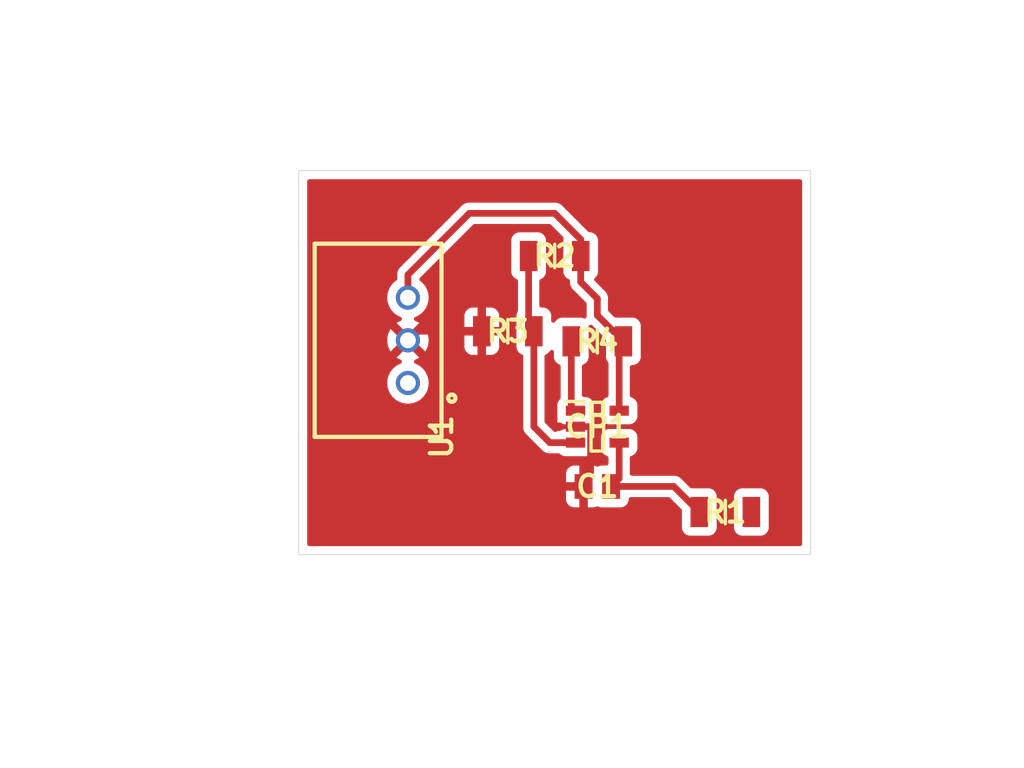
<source format=kicad_pcb>
(kicad_pcb (version 20211014) (generator pcbnew)
  (layers (0 "F.Cu" signal) (31 "B.Cu" signal) (34 "B.Paste" user) (35 "F.Paste" user) (36 "B.SilkS" user "B.Silkscreen") (37 "F.SilkS" user "F.Silkscreen") (38 "B.Mask" user) (39 "F.Mask" user) (44 "Edge.Cuts" user))
  (net 0 "")
  (net 1 "0")
  (net 2 "Net-(C1-Pad2)")
  (net 3 "Net-(CP1-Pad1)")
  (net 4 "Net-(CP1-Pad3)")
  (net 5 "Net-(CP1-Pad5)")
  (net 6 "Net-(R1-Pad2)")
  (footprint "EPSA_lib:RESC3216X70N" (layer "F.Cu") (at 129.54 99.06)
    (fp_text reference "R2" (at 0 0) (layer "F.SilkS") (effects (font (size 1.27 1.27) (thickness 0.254))))
    (fp_text value "Résistance RK73H2BLTDD2152F" hide)
    (fp_line (start 0 -0.7) (end 0 0.7) (layer "F.SilkS") (width 0.2))
    (pad "1" smd rect (at -1.55 0) (size 1.05 1.8) (layers "F.Cu" "F.Paste" "F.Mask") (net 4 "Net-(CP1-Pad3)"))
    (pad "2" smd rect (at 1.55 0) (size 1.05 1.8) (layers "F.Cu" "F.Paste" "F.Mask") (net 5 "Net-(CP1-Pad5)"))
  )
  (footprint "EPSA_lib:TSR-0.5-2433" (layer "F.Cu") (at 122.804 109.8285 90)
    (fp_text reference "U1" (at 0 0 90) (layer "F.SilkS") (effects (font (size 1.27 1.27) (thickness 0.254))))
    (fp_text value "Alim LP TSR_0.5-2450" hide)
    (fp_line (start 11.5 -7.55) (end 0 -7.55) (layer "F.SilkS") (width 0.254))
    (fp_line (start 0 -7.55) (end 0 0) (layer "F.SilkS") (width 0.254))
    (fp_line (start 11.5 0) (end 11.5 -7.55) (layer "F.SilkS") (width 0.254))
    (fp_line (start 0 0) (end 11.5 0) (layer "F.SilkS") (width 0.254))
    (fp_circle (center 2.306 0.613) (end 2.306 0.702) (layer "F.SilkS") (width 0.254) (fill none))
    (pad "1" thru_hole circle (at 3.21 -2 90) (size 1.44 1.44) (drill 0.94) (layers *.Cu *.Mask))
    (pad "2" thru_hole circle (at 5.75 -2 90) (size 1.44 1.44) (drill 0.94) (layers *.Cu *.Mask) (net 1 "0"))
    (pad "3" thru_hole circle (at 8.29 -2 90) (size 1.44 1.44) (drill 0.94) (layers *.Cu *.Mask) (net 5 "Net-(CP1-Pad5)"))
  )
  (footprint "EPSA_lib:RESC3216X70N" (layer "F.Cu") (at 126.75 103.54)
    (fp_text reference "R3" (at 0 0) (layer "F.SilkS") (effects (font (size 1.27 1.27) (thickness 0.254))))
    (fp_text value "Résistance RK73H2BLTDD2152F" hide)
    (fp_line (start 0 -0.7) (end 0 0.7) (layer "F.SilkS") (width 0.2))
    (pad "1" smd rect (at -1.55 0) (size 1.05 1.8) (layers "F.Cu" "F.Paste" "F.Mask") (net 1 "0"))
    (pad "2" smd rect (at 1.55 0) (size 1.05 1.8) (layers "F.Cu" "F.Paste" "F.Mask") (net 4 "Net-(CP1-Pad3)"))
  )
  (footprint "EPSA_lib:RESC3216X70N" (layer "F.Cu") (at 132.08 104.14)
    (fp_text reference "R4" (at 0 0) (layer "F.SilkS") (effects (font (size 1.27 1.27) (thickness 0.254))))
    (fp_text value "Résistance RK73H2BLTDD2152F" hide)
    (fp_line (start 0 -0.7) (end 0 0.7) (layer "F.SilkS") (width 0.2))
    (pad "1" smd rect (at -1.55 0) (size 1.05 1.8) (layers "F.Cu" "F.Paste" "F.Mask") (net 3 "Net-(CP1-Pad1)"))
    (pad "2" smd rect (at 1.55 0) (size 1.05 1.8) (layers "F.Cu" "F.Paste" "F.Mask") (net 5 "Net-(CP1-Pad5)"))
  )
  (footprint "EPSA_lib:CAPC2012X130N" (layer "F.Cu") (at 132.08 112.78)
    (fp_text reference "C1" (at 0 0) (layer "F.SilkS") (effects (font (size 1.27 1.27) (thickness 0.254))))
    (fp_text value "Condensateur 0805Y1000104JXT" hide)
    (pad "1" smd rect (at -0.82 0) (size 1.07 1.47) (layers "F.Cu" "F.Paste" "F.Mask") (net 1 "0"))
    (pad "2" smd rect (at 0.82 0) (size 1.07 1.47) (layers "F.Cu" "F.Paste" "F.Mask") (net 2 "Net-(C1-Pad2)"))
  )
  (footprint "EPSA_lib:SOT95P280X145-5N" (layer "F.Cu") (at 132.08 109.22)
    (fp_text reference "CP1" (at 0 0) (layer "F.SilkS") (effects (font (size 1.27 1.27) (thickness 0.254))))
    (fp_text value "Comparateur TS391ILT" hide)
    (fp_line (start 0.375 1.45) (end -0.375 1.45) (layer "F.SilkS") (width 0.2))
    (fp_line (start 0.375 -1.45) (end 0.375 1.45) (layer "F.SilkS") (width 0.2))
    (fp_line (start -1.875 -1.5) (end -0.725 -1.5) (layer "F.SilkS") (width 0.2))
    (fp_line (start -0.375 1.45) (end -0.375 -1.45) (layer "F.SilkS") (width 0.2))
    (fp_line (start -0.375 -1.45) (end 0.375 -1.45) (layer "F.SilkS") (width 0.2))
    (pad "1" smd rect (at -1.3 -0.95 90) (size 0.6 1.15) (layers "F.Cu" "F.Paste" "F.Mask") (net 3 "Net-(CP1-Pad1)"))
    (pad "2" smd rect (at -1.3 0 90) (size 0.6 1.15) (layers "F.Cu" "F.Paste" "F.Mask") (net 1 "0"))
    (pad "3" smd rect (at -1.3 0.95 90) (size 0.6 1.15) (layers "F.Cu" "F.Paste" "F.Mask") (net 4 "Net-(CP1-Pad3)"))
    (pad "4" smd rect (at 1.3 0.95 90) (size 0.6 1.15) (layers "F.Cu" "F.Paste" "F.Mask") (net 2 "Net-(C1-Pad2)"))
    (pad "5" smd rect (at 1.3 -0.95 90) (size 0.6 1.15) (layers "F.Cu" "F.Paste" "F.Mask") (net 5 "Net-(CP1-Pad5)"))
  )
  (footprint "EPSA_lib:RESC3216X70N" (layer "F.Cu") (at 139.7 114.3)
    (fp_text reference "R1" (at 0 0) (layer "F.SilkS") (effects (font (size 1.27 1.27) (thickness 0.254))))
    (fp_text value "Résistance RK73H2BLTDD2152F" hide)
    (fp_line (start 0 -0.7) (end 0 0.7) (layer "F.SilkS") (width 0.2))
    (pad "1" smd rect (at -1.55 0) (size 1.05 1.8) (layers "F.Cu" "F.Paste" "F.Mask") (net 2 "Net-(C1-Pad2)"))
    (pad "2" smd rect (at 1.55 0) (size 1.05 1.8) (layers "F.Cu" "F.Paste" "F.Mask") (net 6 "Net-(R1-Pad2)"))
  )
  (gr_line (start 144.78 116.84) (end 114.3 116.84) (layer "Edge.Cuts") (width 0.05))
  (gr_line (start 134.62 93.98) (end 144.78 93.98) (layer "Edge.Cuts") (width 0.05))
  (gr_line (start 114.3 93.98) (end 134.62 93.98) (layer "Edge.Cuts") (width 0.05))
  (gr_line (start 144.78 93.98) (end 144.78 116.84) (layer "Edge.Cuts") (width 0.05))
  (gr_line (start 114.3 116.84) (end 114.3 93.98) (layer "Edge.Cuts") (width 0.05))
  (segment (start 121.3425 103.54) (end 120.804 104.0785) (width 0.4) (layer "F.Cu") (net 1))
  (segment (start 125.2 103.54) (end 121.3425 103.54) (width 0.4) (layer "F.Cu") (net 1))
  (segment (start 128.02 112.78) (end 131.26 112.78) (width 0.4) (layer "F.Cu") (net 1))
  (segment (start 131.605 109.22) (end 130.78 109.22) (width 0.4) (layer "F.Cu") (net 1))
  (segment (start 131.26 112.58) (end 131.68 112.16) (width 0.4) (layer "F.Cu") (net 1))
  (segment (start 131.68 112.16) (end 131.68 109.295) (width 0.4) (layer "F.Cu") (net 1))
  (segment (start 125.2 103.54) (end 125.2 109.96) (width 0.4) (layer "F.Cu") (net 1))
  (segment (start 131.68 109.295) (end 131.605 109.22) (width 0.4) (layer "F.Cu") (net 1))
  (segment (start 131.26 112.78) (end 131.26 112.58) (width 0.4) (layer "F.Cu") (net 1))
  (segment (start 125.2 109.96) (end 128.02 112.78) (width 0.4) (layer "F.Cu") (net 1))
  (segment (start 133.38 112.3) (end 132.9 112.78) (width 0.4) (layer "F.Cu") (net 2))
  (segment (start 136.63 112.78) (end 138.15 114.3) (width 0.4) (layer "F.Cu") (net 2))
  (segment (start 132.9 112.78) (end 136.63 112.78) (width 0.4) (layer "F.Cu") (net 2))
  (segment (start 133.38 110.17) (end 133.38 112.3) (width 0.4) (layer "F.Cu") (net 2))
  (segment (start 130.53 108.02) (end 130.78 108.27) (width 0.4) (layer "F.Cu") (net 3))
  (segment (start 130.53 104.14) (end 130.53 108.02) (width 0.4) (layer "F.Cu") (net 3))
  (segment (start 127.99 99.06) (end 127.99 103.23) (width 0.4) (layer "F.Cu") (net 4))
  (segment (start 129.25 110.17) (end 128.3 109.22) (width 0.4) (layer "F.Cu") (net 4))
  (segment (start 128.3 109.22) (end 128.3 103.54) (width 0.4) (layer "F.Cu") (net 4))
  (segment (start 130.78 110.17) (end 129.25 110.17) (width 0.4) (layer "F.Cu") (net 4))
  (segment (start 127.99 103.23) (end 128.3 103.54) (width 0.4) (layer "F.Cu") (net 4))
  (segment (start 131.09 100.61) (end 132.08 101.6) (width 0.4) (layer "F.Cu") (net 5))
  (segment (start 133.38 104.39) (end 133.63 104.14) (width 0.4) (layer "F.Cu") (net 5))
  (segment (start 129.54 96.52) (end 131.09 98.07) (width 0.4) (layer "F.Cu") (net 5))
  (segment (start 120.804 100.176) (end 124.46 96.52) (width 0.4) (layer "F.Cu") (net 5))
  (segment (start 133.38 108.27) (end 133.38 104.39) (width 0.4) (layer "F.Cu") (net 5))
  (segment (start 120.804 101.5385) (end 120.804 100.176) (width 0.4) (layer "F.Cu") (net 5))
  (segment (start 131.09 98.07) (end 131.09 99.06) (width 0.4) (layer "F.Cu") (net 5))
  (segment (start 124.46 96.52) (end 129.54 96.52) (width 0.4) (layer "F.Cu") (net 5))
  (segment (start 132.08 102.59) (end 133.63 104.14) (width 0.4) (layer "F.Cu") (net 5))
  (segment (start 132.08 101.6) (end 132.08 102.59) (width 0.4) (layer "F.Cu") (net 5))
  (segment (start 131.09 99.06) (end 131.09 100.61) (width 0.4) (layer "F.Cu") (net 5))
  (zone (net 1) (net_name "0") (layer "F.Cu") (connect_pads (clearance 0.508)) (min_thickness 0.254) (fill yes (thermal_gap 0.508) (thermal_bridge_width 0.508))
    (polygon (pts (xy 104.14 86.36) (xy 157.48 83.82) (xy 157.48 129.54) (xy 99.06 129.54) (xy 99.06 86.36) (xy 96.52 83.82) (xy 101.6 83.82)))
  )
)
</source>
